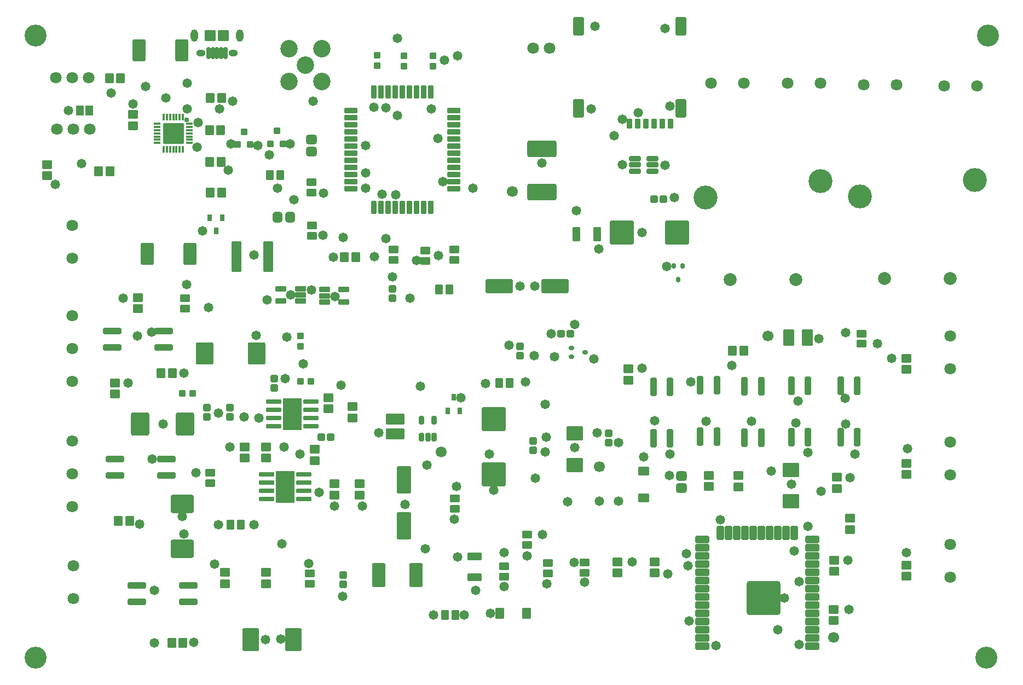
<source format=gts>
G04*
G04 #@! TF.GenerationSoftware,Altium Limited,Altium Designer,23.7.1 (13)*
G04*
G04 Layer_Color=8388736*
%FSLAX44Y44*%
%MOMM*%
G71*
G04*
G04 #@! TF.SameCoordinates,D80BC081-2A64-476D-8097-51FF93FC0A54*
G04*
G04*
G04 #@! TF.FilePolarity,Negative*
G04*
G01*
G75*
G04:AMPARAMS|DCode=29|XSize=3.1mm|YSize=2.4mm|CornerRadius=0.12mm|HoleSize=0mm|Usage=FLASHONLY|Rotation=90.000|XOffset=0mm|YOffset=0mm|HoleType=Round|Shape=RoundedRectangle|*
%AMROUNDEDRECTD29*
21,1,3.1000,2.1600,0,0,90.0*
21,1,2.8600,2.4000,0,0,90.0*
1,1,0.2400,1.0800,1.4300*
1,1,0.2400,1.0800,-1.4300*
1,1,0.2400,-1.0800,-1.4300*
1,1,0.2400,-1.0800,1.4300*
%
%ADD29ROUNDEDRECTD29*%
%ADD69R,2.9500X4.9000*%
G04:AMPARAMS|DCode=70|XSize=1.75mm|YSize=2.8mm|CornerRadius=0.1775mm|HoleSize=0mm|Usage=FLASHONLY|Rotation=180.000|XOffset=0mm|YOffset=0mm|HoleType=Round|Shape=RoundedRectangle|*
%AMROUNDEDRECTD70*
21,1,1.7500,2.4450,0,0,180.0*
21,1,1.3950,2.8000,0,0,180.0*
1,1,0.3550,-0.6975,1.2225*
1,1,0.3550,0.6975,1.2225*
1,1,0.3550,0.6975,-1.2225*
1,1,0.3550,-0.6975,-1.2225*
%
%ADD70ROUNDEDRECTD70*%
G04:AMPARAMS|DCode=71|XSize=0.8mm|YSize=1.55mm|CornerRadius=0.13mm|HoleSize=0mm|Usage=FLASHONLY|Rotation=180.000|XOffset=0mm|YOffset=0mm|HoleType=Round|Shape=RoundedRectangle|*
%AMROUNDEDRECTD71*
21,1,0.8000,1.2900,0,0,180.0*
21,1,0.5400,1.5500,0,0,180.0*
1,1,0.2600,-0.2700,0.6450*
1,1,0.2600,0.2700,0.6450*
1,1,0.2600,0.2700,-0.6450*
1,1,0.2600,-0.2700,-0.6450*
%
%ADD71ROUNDEDRECTD71*%
G04:AMPARAMS|DCode=72|XSize=1.8032mm|YSize=0.6032mm|CornerRadius=0.1216mm|HoleSize=0mm|Usage=FLASHONLY|Rotation=90.000|XOffset=0mm|YOffset=0mm|HoleType=Round|Shape=RoundedRectangle|*
%AMROUNDEDRECTD72*
21,1,1.8032,0.3600,0,0,90.0*
21,1,1.5600,0.6032,0,0,90.0*
1,1,0.2432,0.1800,0.7800*
1,1,0.2432,0.1800,-0.7800*
1,1,0.2432,-0.1800,-0.7800*
1,1,0.2432,-0.1800,0.7800*
%
%ADD72ROUNDEDRECTD72*%
G04:AMPARAMS|DCode=73|XSize=1.7032mm|YSize=1.7532mm|CornerRadius=0.1766mm|HoleSize=0mm|Usage=FLASHONLY|Rotation=0.000|XOffset=0mm|YOffset=0mm|HoleType=Round|Shape=RoundedRectangle|*
%AMROUNDEDRECTD73*
21,1,1.7032,1.4000,0,0,0.0*
21,1,1.3500,1.7532,0,0,0.0*
1,1,0.3532,0.6750,-0.7000*
1,1,0.3532,-0.6750,-0.7000*
1,1,0.3532,-0.6750,0.7000*
1,1,0.3532,0.6750,0.7000*
%
%ADD73ROUNDEDRECTD73*%
G04:AMPARAMS|DCode=74|XSize=1.2mm|YSize=2.2mm|CornerRadius=0.15mm|HoleSize=0mm|Usage=FLASHONLY|Rotation=0.000|XOffset=0mm|YOffset=0mm|HoleType=Round|Shape=RoundedRectangle|*
%AMROUNDEDRECTD74*
21,1,1.2000,1.9000,0,0,0.0*
21,1,0.9000,2.2000,0,0,0.0*
1,1,0.3000,0.4500,-0.9500*
1,1,0.3000,-0.4500,-0.9500*
1,1,0.3000,-0.4500,0.9500*
1,1,0.3000,0.4500,0.9500*
%
%ADD74ROUNDEDRECTD74*%
G04:AMPARAMS|DCode=75|XSize=1.2mm|YSize=2.2mm|CornerRadius=0.15mm|HoleSize=0mm|Usage=FLASHONLY|Rotation=90.000|XOffset=0mm|YOffset=0mm|HoleType=Round|Shape=RoundedRectangle|*
%AMROUNDEDRECTD75*
21,1,1.2000,1.9000,0,0,90.0*
21,1,0.9000,2.2000,0,0,90.0*
1,1,0.3000,0.9500,0.4500*
1,1,0.3000,0.9500,-0.4500*
1,1,0.3000,-0.9500,-0.4500*
1,1,0.3000,-0.9500,0.4500*
%
%ADD75ROUNDEDRECTD75*%
G04:AMPARAMS|DCode=76|XSize=1.3032mm|YSize=0.8032mm|CornerRadius=0.1316mm|HoleSize=0mm|Usage=FLASHONLY|Rotation=270.000|XOffset=0mm|YOffset=0mm|HoleType=Round|Shape=RoundedRectangle|*
%AMROUNDEDRECTD76*
21,1,1.3032,0.5400,0,0,270.0*
21,1,1.0400,0.8032,0,0,270.0*
1,1,0.2632,-0.2700,-0.5200*
1,1,0.2632,-0.2700,0.5200*
1,1,0.2632,0.2700,0.5200*
1,1,0.2632,0.2700,-0.5200*
%
%ADD76ROUNDEDRECTD76*%
G04:AMPARAMS|DCode=77|XSize=1.0032mm|YSize=2.8032mm|CornerRadius=0.1416mm|HoleSize=0mm|Usage=FLASHONLY|Rotation=90.000|XOffset=0mm|YOffset=0mm|HoleType=Round|Shape=RoundedRectangle|*
%AMROUNDEDRECTD77*
21,1,1.0032,2.5200,0,0,90.0*
21,1,0.7200,2.8032,0,0,90.0*
1,1,0.2832,1.2600,0.3600*
1,1,0.2832,1.2600,-0.3600*
1,1,0.2832,-1.2600,-0.3600*
1,1,0.2832,-1.2600,0.3600*
%
%ADD77ROUNDEDRECTD77*%
G04:AMPARAMS|DCode=78|XSize=1.9812mm|YSize=3.3782mm|CornerRadius=0.1905mm|HoleSize=0mm|Usage=FLASHONLY|Rotation=180.000|XOffset=0mm|YOffset=0mm|HoleType=Round|Shape=RoundedRectangle|*
%AMROUNDEDRECTD78*
21,1,1.9812,2.9972,0,0,180.0*
21,1,1.6002,3.3782,0,0,180.0*
1,1,0.3810,-0.8001,1.4986*
1,1,0.3810,0.8001,1.4986*
1,1,0.3810,0.8001,-1.4986*
1,1,0.3810,-0.8001,-1.4986*
%
%ADD78ROUNDEDRECTD78*%
G04:AMPARAMS|DCode=79|XSize=1.15mm|YSize=1.15mm|CornerRadius=0.1475mm|HoleSize=0mm|Usage=FLASHONLY|Rotation=180.000|XOffset=0mm|YOffset=0mm|HoleType=Round|Shape=RoundedRectangle|*
%AMROUNDEDRECTD79*
21,1,1.1500,0.8550,0,0,180.0*
21,1,0.8550,1.1500,0,0,180.0*
1,1,0.2950,-0.4275,0.4275*
1,1,0.2950,0.4275,0.4275*
1,1,0.2950,0.4275,-0.4275*
1,1,0.2950,-0.4275,-0.4275*
%
%ADD79ROUNDEDRECTD79*%
G04:AMPARAMS|DCode=80|XSize=1mm|YSize=1mm|CornerRadius=0.12mm|HoleSize=0mm|Usage=FLASHONLY|Rotation=0.000|XOffset=0mm|YOffset=0mm|HoleType=Round|Shape=RoundedRectangle|*
%AMROUNDEDRECTD80*
21,1,1.0000,0.7600,0,0,0.0*
21,1,0.7600,1.0000,0,0,0.0*
1,1,0.2400,0.3800,-0.3800*
1,1,0.2400,-0.3800,-0.3800*
1,1,0.2400,-0.3800,0.3800*
1,1,0.2400,0.3800,0.3800*
%
%ADD80ROUNDEDRECTD80*%
G04:AMPARAMS|DCode=81|XSize=1.3mm|YSize=1.6mm|CornerRadius=0.155mm|HoleSize=0mm|Usage=FLASHONLY|Rotation=270.000|XOffset=0mm|YOffset=0mm|HoleType=Round|Shape=RoundedRectangle|*
%AMROUNDEDRECTD81*
21,1,1.3000,1.2900,0,0,270.0*
21,1,0.9900,1.6000,0,0,270.0*
1,1,0.3100,-0.6450,-0.4950*
1,1,0.3100,-0.6450,0.4950*
1,1,0.3100,0.6450,0.4950*
1,1,0.3100,0.6450,-0.4950*
%
%ADD81ROUNDEDRECTD81*%
G04:AMPARAMS|DCode=82|XSize=1.0032mm|YSize=2.8032mm|CornerRadius=0.1416mm|HoleSize=0mm|Usage=FLASHONLY|Rotation=180.000|XOffset=0mm|YOffset=0mm|HoleType=Round|Shape=RoundedRectangle|*
%AMROUNDEDRECTD82*
21,1,1.0032,2.5200,0,0,180.0*
21,1,0.7200,2.8032,0,0,180.0*
1,1,0.2832,-0.3600,1.2600*
1,1,0.2832,0.3600,1.2600*
1,1,0.2832,0.3600,-1.2600*
1,1,0.2832,-0.3600,-1.2600*
%
%ADD82ROUNDEDRECTD82*%
G04:AMPARAMS|DCode=83|XSize=2.0532mm|YSize=3.6532mm|CornerRadius=0.1941mm|HoleSize=0mm|Usage=FLASHONLY|Rotation=180.000|XOffset=0mm|YOffset=0mm|HoleType=Round|Shape=RoundedRectangle|*
%AMROUNDEDRECTD83*
21,1,2.0532,3.2650,0,0,180.0*
21,1,1.6650,3.6532,0,0,180.0*
1,1,0.3882,-0.8325,1.6325*
1,1,0.3882,0.8325,1.6325*
1,1,0.3882,0.8325,-1.6325*
1,1,0.3882,-0.8325,-1.6325*
%
%ADD83ROUNDEDRECTD83*%
G04:AMPARAMS|DCode=84|XSize=0.64mm|YSize=2.34mm|CornerRadius=0.095mm|HoleSize=0mm|Usage=FLASHONLY|Rotation=90.000|XOffset=0mm|YOffset=0mm|HoleType=Round|Shape=RoundedRectangle|*
%AMROUNDEDRECTD84*
21,1,0.6400,2.1500,0,0,90.0*
21,1,0.4500,2.3400,0,0,90.0*
1,1,0.1900,1.0750,0.2250*
1,1,0.1900,1.0750,-0.2250*
1,1,0.1900,-1.0750,-0.2250*
1,1,0.1900,-1.0750,0.2250*
%
%ADD84ROUNDEDRECTD84*%
G04:AMPARAMS|DCode=85|XSize=2.7mm|YSize=3.4mm|CornerRadius=0.225mm|HoleSize=0mm|Usage=FLASHONLY|Rotation=0.000|XOffset=0mm|YOffset=0mm|HoleType=Round|Shape=RoundedRectangle|*
%AMROUNDEDRECTD85*
21,1,2.7000,2.9500,0,0,0.0*
21,1,2.2500,3.4000,0,0,0.0*
1,1,0.4500,1.1250,-1.4750*
1,1,0.4500,-1.1250,-1.4750*
1,1,0.4500,-1.1250,1.4750*
1,1,0.4500,1.1250,1.4750*
%
%ADD85ROUNDEDRECTD85*%
G04:AMPARAMS|DCode=86|XSize=5.2032mm|YSize=5.2032mm|CornerRadius=0.3516mm|HoleSize=0mm|Usage=FLASHONLY|Rotation=0.000|XOffset=0mm|YOffset=0mm|HoleType=Round|Shape=RoundedRectangle|*
%AMROUNDEDRECTD86*
21,1,5.2032,4.5000,0,0,0.0*
21,1,4.5000,5.2032,0,0,0.0*
1,1,0.7032,2.2500,-2.2500*
1,1,0.7032,-2.2500,-2.2500*
1,1,0.7032,-2.2500,2.2500*
1,1,0.7032,2.2500,2.2500*
%
%ADD86ROUNDEDRECTD86*%
G04:AMPARAMS|DCode=87|XSize=2.2032mm|YSize=1.1032mm|CornerRadius=0.1466mm|HoleSize=0mm|Usage=FLASHONLY|Rotation=0.000|XOffset=0mm|YOffset=0mm|HoleType=Round|Shape=RoundedRectangle|*
%AMROUNDEDRECTD87*
21,1,2.2032,0.8100,0,0,0.0*
21,1,1.9100,1.1032,0,0,0.0*
1,1,0.2932,0.9550,-0.4050*
1,1,0.2932,-0.9550,-0.4050*
1,1,0.2932,-0.9550,0.4050*
1,1,0.2932,0.9550,0.4050*
%
%ADD87ROUNDEDRECTD87*%
G04:AMPARAMS|DCode=88|XSize=2.2032mm|YSize=1.1032mm|CornerRadius=0.1466mm|HoleSize=0mm|Usage=FLASHONLY|Rotation=90.000|XOffset=0mm|YOffset=0mm|HoleType=Round|Shape=RoundedRectangle|*
%AMROUNDEDRECTD88*
21,1,2.2032,0.8100,0,0,90.0*
21,1,1.9100,1.1032,0,0,90.0*
1,1,0.2932,0.4050,0.9550*
1,1,0.2932,0.4050,-0.9550*
1,1,0.2932,-0.4050,-0.9550*
1,1,0.2932,-0.4050,0.9550*
%
%ADD88ROUNDEDRECTD88*%
G04:AMPARAMS|DCode=89|XSize=1.3462mm|YSize=1.7032mm|CornerRadius=0.1588mm|HoleSize=0mm|Usage=FLASHONLY|Rotation=90.000|XOffset=0mm|YOffset=0mm|HoleType=Round|Shape=RoundedRectangle|*
%AMROUNDEDRECTD89*
21,1,1.3462,1.3857,0,0,90.0*
21,1,1.0287,1.7032,0,0,90.0*
1,1,0.3175,0.6929,0.5143*
1,1,0.3175,0.6929,-0.5143*
1,1,0.3175,-0.6929,-0.5143*
1,1,0.3175,-0.6929,0.5143*
%
%ADD89ROUNDEDRECTD89*%
G04:AMPARAMS|DCode=90|XSize=1.3462mm|YSize=1.7032mm|CornerRadius=0.1588mm|HoleSize=0mm|Usage=FLASHONLY|Rotation=0.000|XOffset=0mm|YOffset=0mm|HoleType=Round|Shape=RoundedRectangle|*
%AMROUNDEDRECTD90*
21,1,1.3462,1.3857,0,0,0.0*
21,1,1.0287,1.7032,0,0,0.0*
1,1,0.3175,0.5143,-0.6929*
1,1,0.3175,-0.5143,-0.6929*
1,1,0.3175,-0.5143,0.6929*
1,1,0.3175,0.5143,0.6929*
%
%ADD90ROUNDEDRECTD90*%
G04:AMPARAMS|DCode=91|XSize=1.5032mm|YSize=1.2032mm|CornerRadius=0.1516mm|HoleSize=0mm|Usage=FLASHONLY|Rotation=180.000|XOffset=0mm|YOffset=0mm|HoleType=Round|Shape=RoundedRectangle|*
%AMROUNDEDRECTD91*
21,1,1.5032,0.9000,0,0,180.0*
21,1,1.2000,1.2032,0,0,180.0*
1,1,0.3032,-0.6000,0.4500*
1,1,0.3032,0.6000,0.4500*
1,1,0.3032,0.6000,-0.4500*
1,1,0.3032,-0.6000,-0.4500*
%
%ADD91ROUNDEDRECTD91*%
G04:AMPARAMS|DCode=92|XSize=0.8mm|YSize=0.6mm|CornerRadius=0.12mm|HoleSize=0mm|Usage=FLASHONLY|Rotation=180.000|XOffset=0mm|YOffset=0mm|HoleType=Round|Shape=RoundedRectangle|*
%AMROUNDEDRECTD92*
21,1,0.8000,0.3600,0,0,180.0*
21,1,0.5600,0.6000,0,0,180.0*
1,1,0.2400,-0.2800,0.1800*
1,1,0.2400,0.2800,0.1800*
1,1,0.2400,0.2800,-0.1800*
1,1,0.2400,-0.2800,-0.1800*
%
%ADD92ROUNDEDRECTD92*%
G04:AMPARAMS|DCode=93|XSize=0.8mm|YSize=2mm|CornerRadius=0.115mm|HoleSize=0mm|Usage=FLASHONLY|Rotation=90.000|XOffset=0mm|YOffset=0mm|HoleType=Round|Shape=RoundedRectangle|*
%AMROUNDEDRECTD93*
21,1,0.8000,1.7700,0,0,90.0*
21,1,0.5700,2.0000,0,0,90.0*
1,1,0.2300,0.8850,0.2850*
1,1,0.2300,0.8850,-0.2850*
1,1,0.2300,-0.8850,-0.2850*
1,1,0.2300,-0.8850,0.2850*
%
%ADD93ROUNDEDRECTD93*%
G04:AMPARAMS|DCode=94|XSize=0.8mm|YSize=2mm|CornerRadius=0.115mm|HoleSize=0mm|Usage=FLASHONLY|Rotation=180.000|XOffset=0mm|YOffset=0mm|HoleType=Round|Shape=RoundedRectangle|*
%AMROUNDEDRECTD94*
21,1,0.8000,1.7700,0,0,180.0*
21,1,0.5700,2.0000,0,0,180.0*
1,1,0.2300,-0.2850,0.8850*
1,1,0.2300,0.2850,0.8850*
1,1,0.2300,0.2850,-0.8850*
1,1,0.2300,-0.2850,-0.8850*
%
%ADD94ROUNDEDRECTD94*%
G04:AMPARAMS|DCode=95|XSize=0.7mm|YSize=1mm|CornerRadius=0.08mm|HoleSize=0mm|Usage=FLASHONLY|Rotation=0.000|XOffset=0mm|YOffset=0mm|HoleType=Round|Shape=RoundedRectangle|*
%AMROUNDEDRECTD95*
21,1,0.7000,0.8400,0,0,0.0*
21,1,0.5400,1.0000,0,0,0.0*
1,1,0.1600,0.2700,-0.4200*
1,1,0.1600,-0.2700,-0.4200*
1,1,0.1600,-0.2700,0.4200*
1,1,0.1600,0.2700,0.4200*
%
%ADD95ROUNDEDRECTD95*%
G04:AMPARAMS|DCode=96|XSize=1.3mm|YSize=1.6mm|CornerRadius=0.155mm|HoleSize=0mm|Usage=FLASHONLY|Rotation=0.000|XOffset=0mm|YOffset=0mm|HoleType=Round|Shape=RoundedRectangle|*
%AMROUNDEDRECTD96*
21,1,1.3000,1.2900,0,0,0.0*
21,1,0.9900,1.6000,0,0,0.0*
1,1,0.3100,0.4950,-0.6450*
1,1,0.3100,-0.4950,-0.6450*
1,1,0.3100,-0.4950,0.6450*
1,1,0.3100,0.4950,0.6450*
%
%ADD96ROUNDEDRECTD96*%
G04:AMPARAMS|DCode=97|XSize=2.5mm|YSize=4.5mm|CornerRadius=0.215mm|HoleSize=0mm|Usage=FLASHONLY|Rotation=90.000|XOffset=0mm|YOffset=0mm|HoleType=Round|Shape=RoundedRectangle|*
%AMROUNDEDRECTD97*
21,1,2.5000,4.0700,0,0,90.0*
21,1,2.0700,4.5000,0,0,90.0*
1,1,0.4300,2.0350,1.0350*
1,1,0.4300,2.0350,-1.0350*
1,1,0.4300,-2.0350,-1.0350*
1,1,0.4300,-2.0350,1.0350*
%
%ADD97ROUNDEDRECTD97*%
G04:AMPARAMS|DCode=98|XSize=1mm|YSize=1mm|CornerRadius=0.12mm|HoleSize=0mm|Usage=FLASHONLY|Rotation=90.000|XOffset=0mm|YOffset=0mm|HoleType=Round|Shape=RoundedRectangle|*
%AMROUNDEDRECTD98*
21,1,1.0000,0.7600,0,0,90.0*
21,1,0.7600,1.0000,0,0,90.0*
1,1,0.2400,0.3800,0.3800*
1,1,0.2400,0.3800,-0.3800*
1,1,0.2400,-0.3800,-0.3800*
1,1,0.2400,-0.3800,0.3800*
%
%ADD98ROUNDEDRECTD98*%
G04:AMPARAMS|DCode=99|XSize=0.8mm|YSize=1.8mm|CornerRadius=0.13mm|HoleSize=0mm|Usage=FLASHONLY|Rotation=90.000|XOffset=0mm|YOffset=0mm|HoleType=Round|Shape=RoundedRectangle|*
%AMROUNDEDRECTD99*
21,1,0.8000,1.5400,0,0,90.0*
21,1,0.5400,1.8000,0,0,90.0*
1,1,0.2600,0.7700,0.2700*
1,1,0.2600,0.7700,-0.2700*
1,1,0.2600,-0.7700,-0.2700*
1,1,0.2600,-0.7700,0.2700*
%
%ADD99ROUNDEDRECTD99*%
G04:AMPARAMS|DCode=100|XSize=1.7mm|YSize=2.8mm|CornerRadius=0.13mm|HoleSize=0mm|Usage=FLASHONLY|Rotation=270.000|XOffset=0mm|YOffset=0mm|HoleType=Round|Shape=RoundedRectangle|*
%AMROUNDEDRECTD100*
21,1,1.7000,2.5400,0,0,270.0*
21,1,1.4400,2.8000,0,0,270.0*
1,1,0.2600,-1.2700,-0.7200*
1,1,0.2600,-1.2700,0.7200*
1,1,0.2600,1.2700,0.7200*
1,1,0.2600,1.2700,-0.7200*
%
%ADD100ROUNDEDRECTD100*%
G04:AMPARAMS|DCode=101|XSize=1.7032mm|YSize=0.8032mm|CornerRadius=0.1316mm|HoleSize=0mm|Usage=FLASHONLY|Rotation=180.000|XOffset=0mm|YOffset=0mm|HoleType=Round|Shape=RoundedRectangle|*
%AMROUNDEDRECTD101*
21,1,1.7032,0.5400,0,0,180.0*
21,1,1.4400,0.8032,0,0,180.0*
1,1,0.2632,-0.7200,0.2700*
1,1,0.2632,0.7200,0.2700*
1,1,0.2632,0.7200,-0.2700*
1,1,0.2632,-0.7200,-0.2700*
%
%ADD101ROUNDEDRECTD101*%
G04:AMPARAMS|DCode=102|XSize=1.7032mm|YSize=1.5032mm|CornerRadius=0.4266mm|HoleSize=0mm|Usage=FLASHONLY|Rotation=270.000|XOffset=0mm|YOffset=0mm|HoleType=Round|Shape=RoundedRectangle|*
%AMROUNDEDRECTD102*
21,1,1.7032,0.6500,0,0,270.0*
21,1,0.8500,1.5032,0,0,270.0*
1,1,0.8532,-0.3250,-0.4250*
1,1,0.8532,-0.3250,0.4250*
1,1,0.8532,0.3250,0.4250*
1,1,0.8532,0.3250,-0.4250*
%
%ADD102ROUNDEDRECTD102*%
G04:AMPARAMS|DCode=103|XSize=1.7032mm|YSize=1.5032mm|CornerRadius=0.4266mm|HoleSize=0mm|Usage=FLASHONLY|Rotation=180.000|XOffset=0mm|YOffset=0mm|HoleType=Round|Shape=RoundedRectangle|*
%AMROUNDEDRECTD103*
21,1,1.7032,0.6500,0,0,180.0*
21,1,0.8500,1.5032,0,0,180.0*
1,1,0.8532,-0.4250,0.3250*
1,1,0.8532,0.4250,0.3250*
1,1,0.8532,0.4250,-0.3250*
1,1,0.8532,-0.4250,-0.3250*
%
%ADD103ROUNDEDRECTD103*%
G04:AMPARAMS|DCode=104|XSize=1mm|YSize=1.1mm|CornerRadius=0.14mm|HoleSize=0mm|Usage=FLASHONLY|Rotation=0.000|XOffset=0mm|YOffset=0mm|HoleType=Round|Shape=RoundedRectangle|*
%AMROUNDEDRECTD104*
21,1,1.0000,0.8200,0,0,0.0*
21,1,0.7200,1.1000,0,0,0.0*
1,1,0.2800,0.3600,-0.4100*
1,1,0.2800,-0.3600,-0.4100*
1,1,0.2800,-0.3600,0.4100*
1,1,0.2800,0.3600,0.4100*
%
%ADD104ROUNDEDRECTD104*%
G04:AMPARAMS|DCode=105|XSize=1.5032mm|YSize=1.2032mm|CornerRadius=0.1516mm|HoleSize=0mm|Usage=FLASHONLY|Rotation=90.000|XOffset=0mm|YOffset=0mm|HoleType=Round|Shape=RoundedRectangle|*
%AMROUNDEDRECTD105*
21,1,1.5032,0.9000,0,0,90.0*
21,1,1.2000,1.2032,0,0,90.0*
1,1,0.3032,0.4500,0.6000*
1,1,0.3032,0.4500,-0.6000*
1,1,0.3032,-0.4500,-0.6000*
1,1,0.3032,-0.4500,0.6000*
%
%ADD105ROUNDEDRECTD105*%
G04:AMPARAMS|DCode=106|XSize=1.7mm|YSize=2.6mm|CornerRadius=0.175mm|HoleSize=0mm|Usage=FLASHONLY|Rotation=0.000|XOffset=0mm|YOffset=0mm|HoleType=Round|Shape=RoundedRectangle|*
%AMROUNDEDRECTD106*
21,1,1.7000,2.2500,0,0,0.0*
21,1,1.3500,2.6000,0,0,0.0*
1,1,0.3500,0.6750,-1.1250*
1,1,0.3500,-0.6750,-1.1250*
1,1,0.3500,-0.6750,1.1250*
1,1,0.3500,0.6750,1.1250*
%
%ADD106ROUNDEDRECTD106*%
G04:AMPARAMS|DCode=107|XSize=0.6mm|YSize=0.6mm|CornerRadius=0.075mm|HoleSize=0mm|Usage=FLASHONLY|Rotation=90.000|XOffset=0mm|YOffset=0mm|HoleType=Round|Shape=RoundedRectangle|*
%AMROUNDEDRECTD107*
21,1,0.6000,0.4500,0,0,90.0*
21,1,0.4500,0.6000,0,0,90.0*
1,1,0.1500,0.2250,0.2250*
1,1,0.1500,0.2250,-0.2250*
1,1,0.1500,-0.2250,-0.2250*
1,1,0.1500,-0.2250,0.2250*
%
%ADD107ROUNDEDRECTD107*%
G04:AMPARAMS|DCode=108|XSize=0.4mm|YSize=1.1mm|CornerRadius=0.065mm|HoleSize=0mm|Usage=FLASHONLY|Rotation=0.000|XOffset=0mm|YOffset=0mm|HoleType=Round|Shape=RoundedRectangle|*
%AMROUNDEDRECTD108*
21,1,0.4000,0.9700,0,0,0.0*
21,1,0.2700,1.1000,0,0,0.0*
1,1,0.1300,0.1350,-0.4850*
1,1,0.1300,-0.1350,-0.4850*
1,1,0.1300,-0.1350,0.4850*
1,1,0.1300,0.1350,0.4850*
%
%ADD108ROUNDEDRECTD108*%
G04:AMPARAMS|DCode=109|XSize=0.4mm|YSize=1.1mm|CornerRadius=0.065mm|HoleSize=0mm|Usage=FLASHONLY|Rotation=270.000|XOffset=0mm|YOffset=0mm|HoleType=Round|Shape=RoundedRectangle|*
%AMROUNDEDRECTD109*
21,1,0.4000,0.9700,0,0,270.0*
21,1,0.2700,1.1000,0,0,270.0*
1,1,0.1300,-0.4850,-0.1350*
1,1,0.1300,-0.4850,0.1350*
1,1,0.1300,0.4850,0.1350*
1,1,0.1300,0.4850,-0.1350*
%
%ADD109ROUNDEDRECTD109*%
G04:AMPARAMS|DCode=110|XSize=3.25mm|YSize=3.25mm|CornerRadius=0.2075mm|HoleSize=0mm|Usage=FLASHONLY|Rotation=270.000|XOffset=0mm|YOffset=0mm|HoleType=Round|Shape=RoundedRectangle|*
%AMROUNDEDRECTD110*
21,1,3.2500,2.8350,0,0,270.0*
21,1,2.8350,3.2500,0,0,270.0*
1,1,0.4150,-1.4175,-1.4175*
1,1,0.4150,-1.4175,1.4175*
1,1,0.4150,1.4175,1.4175*
1,1,0.4150,1.4175,-1.4175*
%
%ADD110ROUNDEDRECTD110*%
G04:AMPARAMS|DCode=111|XSize=3.72mm|YSize=3.72mm|CornerRadius=0.276mm|HoleSize=0mm|Usage=FLASHONLY|Rotation=180.000|XOffset=0mm|YOffset=0mm|HoleType=Round|Shape=RoundedRectangle|*
%AMROUNDEDRECTD111*
21,1,3.7200,3.1680,0,0,180.0*
21,1,3.1680,3.7200,0,0,180.0*
1,1,0.5520,-1.5840,1.5840*
1,1,0.5520,1.5840,1.5840*
1,1,0.5520,1.5840,-1.5840*
1,1,0.5520,-1.5840,-1.5840*
%
%ADD111ROUNDEDRECTD111*%
G04:AMPARAMS|DCode=112|XSize=0.8mm|YSize=0.6mm|CornerRadius=0.12mm|HoleSize=0mm|Usage=FLASHONLY|Rotation=90.000|XOffset=0mm|YOffset=0mm|HoleType=Round|Shape=RoundedRectangle|*
%AMROUNDEDRECTD112*
21,1,0.8000,0.3600,0,0,90.0*
21,1,0.5600,0.6000,0,0,90.0*
1,1,0.2400,0.1800,0.2800*
1,1,0.2400,0.1800,-0.2800*
1,1,0.2400,-0.1800,-0.2800*
1,1,0.2400,-0.1800,0.2800*
%
%ADD112ROUNDEDRECTD112*%
G04:AMPARAMS|DCode=113|XSize=3.72mm|YSize=3.72mm|CornerRadius=0.276mm|HoleSize=0mm|Usage=FLASHONLY|Rotation=270.000|XOffset=0mm|YOffset=0mm|HoleType=Round|Shape=RoundedRectangle|*
%AMROUNDEDRECTD113*
21,1,3.7200,3.1680,0,0,270.0*
21,1,3.1680,3.7200,0,0,270.0*
1,1,0.5520,-1.5840,-1.5840*
1,1,0.5520,-1.5840,1.5840*
1,1,0.5520,1.5840,1.5840*
1,1,0.5520,1.5840,-1.5840*
%
%ADD113ROUNDEDRECTD113*%
%ADD114R,1.3032X1.6032*%
G04:AMPARAMS|DCode=115|XSize=3.6mm|YSize=2.8mm|CornerRadius=0.275mm|HoleSize=0mm|Usage=FLASHONLY|Rotation=90.000|XOffset=0mm|YOffset=0mm|HoleType=Round|Shape=RoundedRectangle|*
%AMROUNDEDRECTD115*
21,1,3.6000,2.2500,0,0,90.0*
21,1,3.0500,2.8000,0,0,90.0*
1,1,0.5500,1.1250,1.5250*
1,1,0.5500,1.1250,-1.5250*
1,1,0.5500,-1.1250,-1.5250*
1,1,0.5500,-1.1250,1.5250*
%
%ADD115ROUNDEDRECTD115*%
G04:AMPARAMS|DCode=116|XSize=4.2mm|YSize=2.2mm|CornerRadius=0.2mm|HoleSize=0mm|Usage=FLASHONLY|Rotation=90.000|XOffset=0mm|YOffset=0mm|HoleType=Round|Shape=RoundedRectangle|*
%AMROUNDEDRECTD116*
21,1,4.2000,1.8000,0,0,90.0*
21,1,3.8000,2.2000,0,0,90.0*
1,1,0.4000,0.9000,1.9000*
1,1,0.4000,0.9000,-1.9000*
1,1,0.4000,-0.9000,-1.9000*
1,1,0.4000,-0.9000,1.9000*
%
%ADD116ROUNDEDRECTD116*%
G04:AMPARAMS|DCode=117|XSize=1.15mm|YSize=1.15mm|CornerRadius=0.1475mm|HoleSize=0mm|Usage=FLASHONLY|Rotation=90.000|XOffset=0mm|YOffset=0mm|HoleType=Round|Shape=RoundedRectangle|*
%AMROUNDEDRECTD117*
21,1,1.1500,0.8550,0,0,90.0*
21,1,0.8550,1.1500,0,0,90.0*
1,1,0.2950,0.4275,0.4275*
1,1,0.2950,0.4275,-0.4275*
1,1,0.2950,-0.4275,-0.4275*
1,1,0.2950,-0.4275,0.4275*
%
%ADD117ROUNDEDRECTD117*%
G04:AMPARAMS|DCode=118|XSize=4.3mm|YSize=2.2mm|CornerRadius=0.35mm|HoleSize=0mm|Usage=FLASHONLY|Rotation=180.000|XOffset=0mm|YOffset=0mm|HoleType=Round|Shape=RoundedRectangle|*
%AMROUNDEDRECTD118*
21,1,4.3000,1.5000,0,0,180.0*
21,1,3.6000,2.2000,0,0,180.0*
1,1,0.7000,-1.8000,0.7500*
1,1,0.7000,1.8000,0.7500*
1,1,0.7000,1.8000,-0.7500*
1,1,0.7000,-1.8000,-0.7500*
%
%ADD118ROUNDEDRECTD118*%
G04:AMPARAMS|DCode=119|XSize=2.6mm|YSize=3.5mm|CornerRadius=0.22mm|HoleSize=0mm|Usage=FLASHONLY|Rotation=180.000|XOffset=0mm|YOffset=0mm|HoleType=Round|Shape=RoundedRectangle|*
%AMROUNDEDRECTD119*
21,1,2.6000,3.0600,0,0,180.0*
21,1,2.1600,3.5000,0,0,180.0*
1,1,0.4400,-1.0800,1.5300*
1,1,0.4400,1.0800,1.5300*
1,1,0.4400,1.0800,-1.5300*
1,1,0.4400,-1.0800,-1.5300*
%
%ADD119ROUNDEDRECTD119*%
G04:AMPARAMS|DCode=120|XSize=3.6mm|YSize=2.8mm|CornerRadius=0.275mm|HoleSize=0mm|Usage=FLASHONLY|Rotation=180.000|XOffset=0mm|YOffset=0mm|HoleType=Round|Shape=RoundedRectangle|*
%AMROUNDEDRECTD120*
21,1,3.6000,2.2500,0,0,180.0*
21,1,3.0500,2.8000,0,0,180.0*
1,1,0.5500,-1.5250,1.1250*
1,1,0.5500,1.5250,1.1250*
1,1,0.5500,1.5250,-1.1250*
1,1,0.5500,-1.5250,-1.1250*
%
%ADD120ROUNDEDRECTD120*%
G04:AMPARAMS|DCode=121|XSize=1.6mm|YSize=4.7mm|CornerRadius=0.125mm|HoleSize=0mm|Usage=FLASHONLY|Rotation=180.000|XOffset=0mm|YOffset=0mm|HoleType=Round|Shape=RoundedRectangle|*
%AMROUNDEDRECTD121*
21,1,1.6000,4.4500,0,0,180.0*
21,1,1.3500,4.7000,0,0,180.0*
1,1,0.2500,-0.6750,2.2250*
1,1,0.2500,0.6750,2.2250*
1,1,0.2500,0.6750,-2.2250*
1,1,0.2500,-0.6750,-2.2250*
%
%ADD121ROUNDEDRECTD121*%
G04:AMPARAMS|DCode=122|XSize=2.2mm|YSize=2.6mm|CornerRadius=0.2mm|HoleSize=0mm|Usage=FLASHONLY|Rotation=90.000|XOffset=0mm|YOffset=0mm|HoleType=Round|Shape=RoundedRectangle|*
%AMROUNDEDRECTD122*
21,1,2.2000,2.2000,0,0,90.0*
21,1,1.8000,2.6000,0,0,90.0*
1,1,0.4000,1.1000,0.9000*
1,1,0.4000,1.1000,-0.9000*
1,1,0.4000,-1.1000,-0.9000*
1,1,0.4000,-1.1000,0.9000*
%
%ADD122ROUNDEDRECTD122*%
%ADD123C,1.8000*%
%ADD124C,3.4000*%
%ADD125O,1.4532X1.0032*%
%ADD126O,1.1032X1.9032*%
%ADD127C,1.7000*%
%ADD128C,0.7300*%
%ADD129C,2.7000*%
%ADD130C,2.0032*%
%ADD131C,3.7032*%
%ADD132C,1.4732*%
D29*
X677030Y657860D02*
D03*
X665600Y545030D02*
D03*
D69*
X677030Y657860D02*
D03*
X665600Y545030D02*
D03*
D70*
X1277880Y1257895D02*
D03*
X1119880D02*
D03*
Y1131095D02*
D03*
X1277880D02*
D03*
D71*
X1262280Y1106845D02*
D03*
X1249580D02*
D03*
X1236880D02*
D03*
X1224180D02*
D03*
X1211480D02*
D03*
X1198780D02*
D03*
D72*
X573230Y1216330D02*
D03*
X566730D02*
D03*
X560230D02*
D03*
X553730D02*
D03*
X547230D02*
D03*
D73*
X550230Y1243330D02*
D03*
X570230D02*
D03*
D74*
X1148170Y935990D02*
D03*
X1116330D02*
D03*
D75*
X958850Y436970D02*
D03*
Y405130D02*
D03*
D76*
X895960Y648000D02*
D03*
X876960D02*
D03*
X895960Y622000D02*
D03*
X886460D02*
D03*
X876960D02*
D03*
D77*
X402210Y562360D02*
D03*
Y588260D02*
D03*
X481710Y562360D02*
D03*
Y588260D02*
D03*
X477900Y786380D02*
D03*
Y760480D02*
D03*
X398400Y786380D02*
D03*
Y760480D02*
D03*
X516000Y392680D02*
D03*
Y366780D02*
D03*
X436500Y392680D02*
D03*
Y366780D02*
D03*
D78*
X439420Y1220470D02*
D03*
X505460D02*
D03*
X452120Y905510D02*
D03*
X518160D02*
D03*
D79*
X1107070Y782320D02*
D03*
X1092570D02*
D03*
X735860Y622300D02*
D03*
X721360D02*
D03*
X1250580Y990600D02*
D03*
X1236080D02*
D03*
D80*
X522730Y689610D02*
D03*
X506730D02*
D03*
X705230Y708659D02*
D03*
X689230D02*
D03*
D81*
X732790Y665620D02*
D03*
Y683120D02*
D03*
X1196340Y727570D02*
D03*
Y710070D02*
D03*
X297180Y1026300D02*
D03*
Y1043800D02*
D03*
X438150Y838060D02*
D03*
Y820560D02*
D03*
X1626870Y726720D02*
D03*
Y744220D02*
D03*
X1626870Y406540D02*
D03*
Y424040D02*
D03*
X711200Y603110D02*
D03*
Y585610D02*
D03*
X636270Y589420D02*
D03*
Y606920D02*
D03*
X1236980Y411620D02*
D03*
Y429120D02*
D03*
X1366520Y562710D02*
D03*
Y545210D02*
D03*
X1320800Y545360D02*
D03*
Y562860D02*
D03*
X430530Y1121270D02*
D03*
Y1103770D02*
D03*
X1626870Y581660D02*
D03*
Y564160D02*
D03*
X402590Y688480D02*
D03*
Y705980D02*
D03*
X1539240Y496430D02*
D03*
Y478930D02*
D03*
X1515110Y431660D02*
D03*
Y414160D02*
D03*
X572770Y395110D02*
D03*
Y412610D02*
D03*
X1518920Y542430D02*
D03*
Y559930D02*
D03*
X1513840Y355460D02*
D03*
Y337960D02*
D03*
X1179830Y429120D02*
D03*
Y411620D02*
D03*
X769620Y669150D02*
D03*
Y651650D02*
D03*
X603250Y589420D02*
D03*
Y606920D02*
D03*
X781050Y549770D02*
D03*
Y532270D02*
D03*
X636270Y395110D02*
D03*
Y412610D02*
D03*
X741680Y532270D02*
D03*
Y549770D02*
D03*
D82*
X1261360Y620650D02*
D03*
X1235460D02*
D03*
X1261360Y700150D02*
D03*
X1235460D02*
D03*
X1550920Y621920D02*
D03*
X1525020D02*
D03*
X1550920Y701420D02*
D03*
X1525020D02*
D03*
X1307850Y702690D02*
D03*
X1333750D02*
D03*
X1307850Y623190D02*
D03*
X1333750D02*
D03*
X1448820Y701420D02*
D03*
X1474720D02*
D03*
X1448820Y621920D02*
D03*
X1474720D02*
D03*
X1376180Y700530D02*
D03*
X1402080D02*
D03*
X1376180Y621030D02*
D03*
X1402080D02*
D03*
D83*
X810720Y408940D02*
D03*
X868220D02*
D03*
D84*
X648280Y676910D02*
D03*
Y664210D02*
D03*
Y651510D02*
D03*
Y638810D02*
D03*
X705780Y651510D02*
D03*
Y676910D02*
D03*
Y664210D02*
D03*
Y638810D02*
D03*
X636850Y564080D02*
D03*
Y551380D02*
D03*
Y538680D02*
D03*
Y525980D02*
D03*
X694350Y538680D02*
D03*
Y564080D02*
D03*
Y551380D02*
D03*
Y525980D02*
D03*
D85*
X541160Y751840D02*
D03*
X622160D02*
D03*
D86*
X1405890Y373380D02*
D03*
D87*
X1480890Y298380D02*
D03*
Y311080D02*
D03*
Y323780D02*
D03*
Y336480D02*
D03*
Y349180D02*
D03*
Y361880D02*
D03*
Y374580D02*
D03*
Y387280D02*
D03*
Y399980D02*
D03*
Y412680D02*
D03*
Y425380D02*
D03*
Y438080D02*
D03*
Y450780D02*
D03*
Y463480D02*
D03*
X1310890D02*
D03*
Y450780D02*
D03*
Y438080D02*
D03*
Y425380D02*
D03*
Y412680D02*
D03*
Y399980D02*
D03*
Y387280D02*
D03*
Y374580D02*
D03*
Y361880D02*
D03*
Y349180D02*
D03*
Y336480D02*
D03*
Y323780D02*
D03*
Y311080D02*
D03*
Y298380D02*
D03*
D88*
X1453040Y473480D02*
D03*
X1440340D02*
D03*
X1427640D02*
D03*
X1414940D02*
D03*
X1402240D02*
D03*
X1389540D02*
D03*
X1376840D02*
D03*
X1364140D02*
D03*
X1351440D02*
D03*
X1338740D02*
D03*
D89*
X1220470Y569390D02*
D03*
Y527890D02*
D03*
D90*
X997790Y349250D02*
D03*
X1039290D02*
D03*
D91*
X510540Y820930D02*
D03*
Y836930D02*
D03*
X1004570Y406020D02*
D03*
Y422020D02*
D03*
X1040130Y455550D02*
D03*
Y471550D02*
D03*
X1129030Y412370D02*
D03*
Y428370D02*
D03*
X833120Y912240D02*
D03*
Y896240D02*
D03*
X707390Y933450D02*
D03*
Y949450D02*
D03*
X706120Y1000760D02*
D03*
Y1016760D02*
D03*
X882650Y910970D02*
D03*
Y894970D02*
D03*
X927100Y912240D02*
D03*
Y896240D02*
D03*
X1557020Y782320D02*
D03*
Y766320D02*
D03*
X1071880Y411100D02*
D03*
Y427100D02*
D03*
X928370Y526920D02*
D03*
Y510920D02*
D03*
X703580Y394960D02*
D03*
Y410960D02*
D03*
X549910Y550800D02*
D03*
Y566800D02*
D03*
D92*
X1129710Y753260D02*
D03*
X1108710Y746760D02*
D03*
Y759760D02*
D03*
D93*
X926590Y1116407D02*
D03*
Y1017407D02*
D03*
X767590Y1127407D02*
D03*
Y1116407D02*
D03*
Y1105407D02*
D03*
X926590Y1105407D02*
D03*
X767590Y1083407D02*
D03*
Y1072407D02*
D03*
X926590Y1094407D02*
D03*
Y1083407D02*
D03*
Y1061407D02*
D03*
Y1006407D02*
D03*
Y1028407D02*
D03*
Y1039407D02*
D03*
Y1050407D02*
D03*
Y1127407D02*
D03*
X767590Y1094407D02*
D03*
Y1061407D02*
D03*
Y1050407D02*
D03*
Y1039407D02*
D03*
Y1028407D02*
D03*
Y1006407D02*
D03*
X926590Y1072407D02*
D03*
X767590Y1017407D02*
D03*
D94*
X880090Y1155907D02*
D03*
X858090D02*
D03*
X847090D02*
D03*
X836090D02*
D03*
X825090D02*
D03*
X814090D02*
D03*
X803090D02*
D03*
X802929Y977693D02*
D03*
X813929D02*
D03*
X824929D02*
D03*
X835929D02*
D03*
X846929D02*
D03*
X857929D02*
D03*
X868929D02*
D03*
X879929D02*
D03*
X890929D02*
D03*
X891090Y1155907D02*
D03*
X869090D02*
D03*
D95*
X926712Y683516D02*
D03*
X917211Y662516D02*
D03*
X936211D02*
D03*
X549300Y961730D02*
D03*
X568300D02*
D03*
X558800Y940730D02*
D03*
D96*
X774700Y900430D02*
D03*
X757200D02*
D03*
X566280Y1097280D02*
D03*
X548780D02*
D03*
X566420Y1047750D02*
D03*
X548920D02*
D03*
X567550Y1146810D02*
D03*
X550050D02*
D03*
X567550Y1000760D02*
D03*
X550050D02*
D03*
X1375270Y755650D02*
D03*
X1357770D02*
D03*
X407810Y492760D02*
D03*
X425310D02*
D03*
X473850Y721360D02*
D03*
X491350D02*
D03*
X490360Y303530D02*
D03*
X507860D02*
D03*
X377330Y1033780D02*
D03*
X394830D02*
D03*
X411340Y1177290D02*
D03*
X393840D02*
D03*
D97*
X1062990Y1068550D02*
D03*
Y1001550D02*
D03*
D98*
X849629Y1195960D02*
D03*
Y1211960D02*
D03*
X894080Y1196340D02*
D03*
Y1212340D02*
D03*
X807719Y1197230D02*
D03*
Y1213230D02*
D03*
X689610Y762510D02*
D03*
Y778510D02*
D03*
D99*
X1206900Y1052780D02*
D03*
Y1043280D02*
D03*
Y1033780D02*
D03*
X1233900Y1052780D02*
D03*
Y1043280D02*
D03*
Y1033780D02*
D03*
D100*
X835660Y627310D02*
D03*
Y650310D02*
D03*
D101*
X756680Y831240D02*
D03*
Y850240D02*
D03*
X726680Y831240D02*
D03*
Y840740D02*
D03*
Y850240D02*
D03*
X659370Y851510D02*
D03*
Y832510D02*
D03*
X689370Y851510D02*
D03*
Y842010D02*
D03*
Y832510D02*
D03*
D102*
X654100Y962660D02*
D03*
X673100D02*
D03*
D103*
X706120Y1082650D02*
D03*
Y1063650D02*
D03*
X1278890Y542950D02*
D03*
Y561950D02*
D03*
D104*
X652780Y1095850D02*
D03*
X643280Y1075850D02*
D03*
X662280D02*
D03*
X601980Y1094580D02*
D03*
X592480Y1074580D02*
D03*
X611480D02*
D03*
D105*
X642240Y1027430D02*
D03*
X658240D02*
D03*
X919860Y850900D02*
D03*
X903860D02*
D03*
X996570Y706120D02*
D03*
X1012570D02*
D03*
X912750Y346710D02*
D03*
X928750D02*
D03*
X581280Y486410D02*
D03*
X597280D02*
D03*
D106*
X1473730Y775970D02*
D03*
X1444730D02*
D03*
D107*
X513760Y1113200D02*
D03*
D108*
X477760Y1117200D02*
D03*
X482760D02*
D03*
X487760D02*
D03*
X492760D02*
D03*
X497760D02*
D03*
X502760D02*
D03*
X507760Y1067200D02*
D03*
X502760D02*
D03*
X497760D02*
D03*
X492760D02*
D03*
X487760D02*
D03*
X482760D02*
D03*
X477760D02*
D03*
X507760Y1117200D02*
D03*
D109*
X517760Y1107200D02*
D03*
Y1102200D02*
D03*
Y1097200D02*
D03*
Y1092200D02*
D03*
Y1087200D02*
D03*
Y1082200D02*
D03*
Y1077200D02*
D03*
X467760Y1077200D02*
D03*
Y1082200D02*
D03*
Y1087200D02*
D03*
Y1092200D02*
D03*
Y1097200D02*
D03*
Y1102200D02*
D03*
Y1107200D02*
D03*
D110*
X492760Y1092200D02*
D03*
D111*
X1272410Y938530D02*
D03*
X1186310D02*
D03*
D112*
X1280310Y886800D02*
D03*
X1267310D02*
D03*
X1273810Y865800D02*
D03*
D113*
X988060Y650110D02*
D03*
Y564010D02*
D03*
D114*
X348100Y1127760D02*
D03*
X363100D02*
D03*
D115*
X441750Y642620D02*
D03*
X510750D02*
D03*
D116*
X849630Y485200D02*
D03*
Y556200D02*
D03*
D117*
X755650Y408710D02*
D03*
Y394210D02*
D03*
X648970Y697970D02*
D03*
Y712470D02*
D03*
X544830Y668020D02*
D03*
Y653520D02*
D03*
X580390Y667650D02*
D03*
Y653150D02*
D03*
X1049020Y601450D02*
D03*
Y615950D02*
D03*
X1028769Y762415D02*
D03*
Y747915D02*
D03*
X1165860Y613780D02*
D03*
Y628280D02*
D03*
X831850Y851800D02*
D03*
Y837300D02*
D03*
D118*
X996630Y855980D02*
D03*
X1083630D02*
D03*
D119*
X678160Y308610D02*
D03*
X612160D02*
D03*
D120*
X506730Y449370D02*
D03*
Y518370D02*
D03*
D121*
X590180Y901700D02*
D03*
X639180D02*
D03*
D122*
X1447800Y571500D02*
D03*
Y522500D02*
D03*
X1113790Y627750D02*
D03*
Y578750D02*
D03*
D123*
X1694180Y778510D02*
D03*
Y727710D02*
D03*
Y563880D02*
D03*
Y614680D02*
D03*
Y455930D02*
D03*
Y405130D02*
D03*
X336550Y899160D02*
D03*
Y949960D02*
D03*
X363220Y1098550D02*
D03*
X312420D02*
D03*
X337820D02*
D03*
X1049020Y1224280D02*
D03*
X1074420D02*
D03*
X492760Y1092202D02*
D03*
X1375410Y1169670D02*
D03*
X1324610D02*
D03*
X1493520D02*
D03*
X1442720D02*
D03*
X1611630Y1167130D02*
D03*
X1560830D02*
D03*
X1736090Y1165860D02*
D03*
X1685290D02*
D03*
X336550Y810260D02*
D03*
Y759460D02*
D03*
Y708660D02*
D03*
Y615950D02*
D03*
Y565150D02*
D03*
Y514350D02*
D03*
X337820Y422910D02*
D03*
Y372110D02*
D03*
X336550Y1178560D02*
D03*
X361950D02*
D03*
X311150D02*
D03*
D124*
X1750060Y280670D02*
D03*
X1752600Y1243330D02*
D03*
X279400Y280670D02*
D03*
Y1243330D02*
D03*
D125*
X585230Y1216330D02*
D03*
X535230D02*
D03*
D126*
X525228Y1243330D02*
D03*
X595230D02*
D03*
D127*
X906780Y599440D02*
D03*
X1513840Y312420D02*
D03*
X1412240Y778510D02*
D03*
X1017270Y1002030D02*
D03*
X1151890Y576580D02*
D03*
D128*
X669530Y645360D02*
D03*
X684530D02*
D03*
Y670360D02*
D03*
X669530D02*
D03*
Y657860D02*
D03*
X684530D02*
D03*
X658100Y532530D02*
D03*
X673100D02*
D03*
Y557530D02*
D03*
X658100D02*
D03*
Y545030D02*
D03*
X673100D02*
D03*
D129*
X722630Y1223010D02*
D03*
Y1172210D02*
D03*
X671830D02*
D03*
Y1223010D02*
D03*
X697230Y1197610D02*
D03*
D130*
X1455420Y866140D02*
D03*
X1353820D02*
D03*
X1694180Y867410D02*
D03*
X1592580D02*
D03*
D131*
X1493520Y1018540D02*
D03*
X1315720Y993140D02*
D03*
X1732280Y1019810D02*
D03*
X1554480Y994410D02*
D03*
D132*
X1286510Y441960D02*
D03*
X665480Y712470D02*
D03*
X693420Y735330D02*
D03*
X668020Y777240D02*
D03*
X688340Y595630D02*
D03*
X556260Y425450D02*
D03*
X562610Y486410D02*
D03*
X581660Y1075690D02*
D03*
D03*
X584200Y1141730D02*
D03*
X623570Y1073150D02*
D03*
X654050Y1007110D02*
D03*
X708660Y1141730D02*
D03*
X902970Y902970D02*
D03*
X821690Y929640D02*
D03*
X803698Y901758D02*
D03*
X831850Y869950D02*
D03*
X755650Y930910D02*
D03*
X1628140Y604520D02*
D03*
X706547Y850107D02*
D03*
X885190Y579120D02*
D03*
X1253490Y1042670D02*
D03*
X1181100Y523240D02*
D03*
X1151890D02*
D03*
X1102360Y521970D02*
D03*
X538140Y940730D02*
D03*
X740410Y900430D02*
D03*
X514350Y1169670D02*
D03*
X449580Y1164590D02*
D03*
X459200Y784860D02*
D03*
X436880Y778510D02*
D03*
X396240Y1154430D02*
D03*
X481330Y1146810D02*
D03*
X679450Y989330D02*
D03*
X723900Y934720D02*
D03*
X1068070Y673100D02*
D03*
X1386840Y646430D02*
D03*
X1068070Y599440D02*
D03*
X1052830Y558800D02*
D03*
X981710Y595630D02*
D03*
X875030Y701040D02*
D03*
X891540Y1130300D02*
D03*
X901700Y1084580D02*
D03*
X815340Y998220D02*
D03*
X641350Y1059180D02*
D03*
X869190Y895350D02*
D03*
X440690Y487680D02*
D03*
X1460500Y398780D02*
D03*
X1236980Y647700D02*
D03*
X1143000Y742950D02*
D03*
X563880Y1130300D02*
D03*
X975360Y704850D02*
D03*
X909320Y1017270D02*
D03*
X1082040Y746760D02*
D03*
X1181100Y613410D02*
D03*
X956310Y1007110D02*
D03*
X1289050Y422910D02*
D03*
X1112900Y428370D02*
D03*
X577850Y1035050D02*
D03*
X1290320Y337820D02*
D03*
X789940Y1007110D02*
D03*
X836930Y996950D02*
D03*
X937260Y683260D02*
D03*
X932180Y436880D02*
D03*
X1202830Y429120D02*
D03*
X1063370Y471550D02*
D03*
X476980Y642620D02*
D03*
X580530Y606920D02*
D03*
X463550Y303530D02*
D03*
Y384810D02*
D03*
X839470Y1120140D02*
D03*
X821690Y1131570D02*
D03*
X839470Y1239520D02*
D03*
X1174750Y1088390D02*
D03*
X1139190Y1130300D02*
D03*
X1211580Y1123950D02*
D03*
X932690Y1212340D02*
D03*
X912020Y1205070D02*
D03*
X1217930Y728980D02*
D03*
X1292860Y707390D02*
D03*
X1536560Y431660D02*
D03*
X1459230Y678180D02*
D03*
X1490980Y774700D02*
D03*
X1604010Y744220D02*
D03*
X1581660Y766320D02*
D03*
X1532890Y783590D02*
D03*
X895350Y346710D02*
D03*
X882650Y449580D02*
D03*
X960120Y384810D02*
D03*
X1040130Y438150D02*
D03*
X527940Y566800D02*
D03*
X601980Y653320D02*
D03*
X562610Y659130D02*
D03*
X624840Y651510D02*
D03*
X664350Y606920D02*
D03*
X1051560Y855980D02*
D03*
X1113790Y796290D02*
D03*
X1037590Y707390D02*
D03*
X1051331Y748030D02*
D03*
X751980Y702310D02*
D03*
X459990Y588260D02*
D03*
X509270Y721360D02*
D03*
X803090Y1132390D02*
D03*
X789940Y1073150D02*
D03*
X790526Y1031240D02*
D03*
X673100Y1075690D02*
D03*
X530860Y1108710D02*
D03*
X529589Y1070998D02*
D03*
X430530Y1137920D02*
D03*
X350520Y1045210D02*
D03*
X310021Y1013460D02*
D03*
X330200Y1127760D02*
D03*
X637540Y834390D02*
D03*
X621030Y779780D02*
D03*
X725170Y999490D02*
D03*
X1076960Y782320D02*
D03*
X1012190Y764540D02*
D03*
X1028700Y855980D02*
D03*
X547370Y822960D02*
D03*
X810260Y628650D02*
D03*
X660400Y457200D02*
D03*
X506730Y499110D02*
D03*
X509270Y472440D02*
D03*
X617220Y486410D02*
D03*
X702310Y426720D02*
D03*
X674370Y842010D02*
D03*
X742879Y839530D02*
D03*
X858520Y836930D02*
D03*
X514350Y1130300D02*
D03*
X422910Y706120D02*
D03*
X415290Y836930D02*
D03*
X513080Y858140D02*
D03*
X617220Y904240D02*
D03*
X1531620Y681990D02*
D03*
X1546860Y595630D02*
D03*
X1494790Y538480D02*
D03*
X1452880Y446090D02*
D03*
X1474595Y598295D02*
D03*
X1474470Y483870D02*
D03*
X1626870Y443230D02*
D03*
X1537970Y355600D02*
D03*
X1437640Y373380D02*
D03*
X1332230Y299720D02*
D03*
X1261110Y595630D02*
D03*
X1338580Y494030D02*
D03*
X1259840Y562610D02*
D03*
X1220470Y591820D02*
D03*
X1187444Y1113790D02*
D03*
X1187450Y1043940D02*
D03*
X1267460Y993140D02*
D03*
X1217930Y938530D02*
D03*
X1150620Y913130D02*
D03*
X1256030Y886460D02*
D03*
X1417320Y569860D02*
D03*
X1449070Y549540D02*
D03*
X1356360Y732790D02*
D03*
X1148080Y628650D02*
D03*
X1113790Y605790D02*
D03*
X1069340Y622300D02*
D03*
X930910Y546100D02*
D03*
X988060Y539750D02*
D03*
X927100Y495300D02*
D03*
X1539240Y559680D02*
D03*
X1532890Y642620D02*
D03*
X1455420Y643890D02*
D03*
X1316990Y646430D02*
D03*
X850900Y518160D02*
D03*
X784860Y515620D02*
D03*
X741680Y515620D02*
D03*
X659130Y309880D02*
D03*
X635000Y308610D02*
D03*
X524510Y304800D02*
D03*
X754380Y375920D02*
D03*
X942340Y346710D02*
D03*
X1004570Y443230D02*
D03*
X1257300Y410210D02*
D03*
X1427410Y323780D02*
D03*
X1460500Y300990D02*
D03*
X718620Y536480D02*
D03*
X1261110Y1134110D02*
D03*
X1253410Y1254760D02*
D03*
X1144865Y1257895D02*
D03*
X1062990Y1046480D02*
D03*
X1116330Y972820D02*
D03*
X983513Y349250D02*
D03*
X1129030Y397510D02*
D03*
X1070610Y394970D02*
D03*
X1004570Y391160D02*
D03*
M02*

</source>
